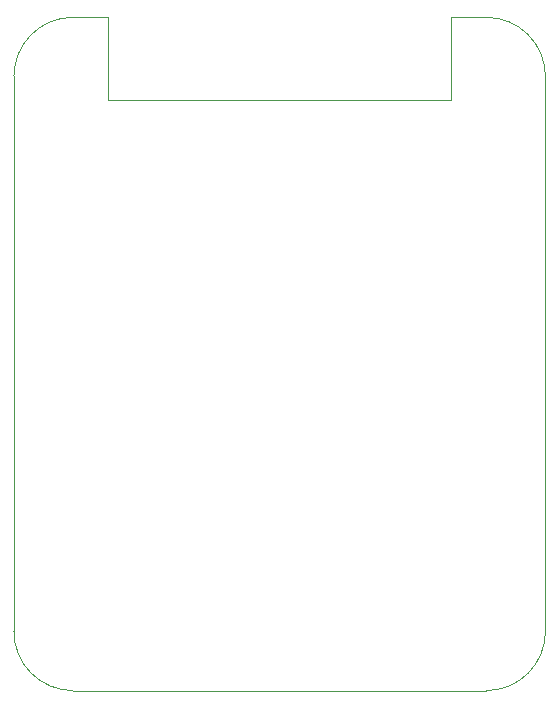
<source format=gm1>
%TF.GenerationSoftware,KiCad,Pcbnew,8.0.2*%
%TF.CreationDate,2024-06-06T14:24:50+10:00*%
%TF.ProjectId,design,64657369-676e-42e6-9b69-6361645f7063,rev?*%
%TF.SameCoordinates,Original*%
%TF.FileFunction,Profile,NP*%
%FSLAX46Y46*%
G04 Gerber Fmt 4.6, Leading zero omitted, Abs format (unit mm)*
G04 Created by KiCad (PCBNEW 8.0.2) date 2024-06-06 14:24:50*
%MOMM*%
%LPD*%
G01*
G04 APERTURE LIST*
%TA.AperFunction,Profile*%
%ADD10C,0.100000*%
%TD*%
G04 APERTURE END LIST*
D10*
X90000000Y-112000000D02*
X55000000Y-112000000D01*
X58000000Y-62000000D02*
X58000000Y-55000000D01*
X87000000Y-62000000D02*
X58000000Y-62000000D01*
X55000000Y-112000000D02*
G75*
G02*
X50000000Y-107000000I0J5000000D01*
G01*
X90000000Y-55000000D02*
G75*
G02*
X95000000Y-60000000I0J-5000000D01*
G01*
X50000000Y-107000000D02*
X50000000Y-60000000D01*
X55000000Y-55000000D02*
X58000000Y-55000000D01*
X95000000Y-60000000D02*
X95000000Y-107000000D01*
X95000000Y-107000000D02*
G75*
G02*
X90000000Y-112000000I-5000000J0D01*
G01*
X50000000Y-60000000D02*
G75*
G02*
X55000000Y-55000000I5000000J0D01*
G01*
X87000000Y-55000000D02*
X90000000Y-55000000D01*
X87000000Y-55000000D02*
X87000000Y-62000000D01*
M02*

</source>
